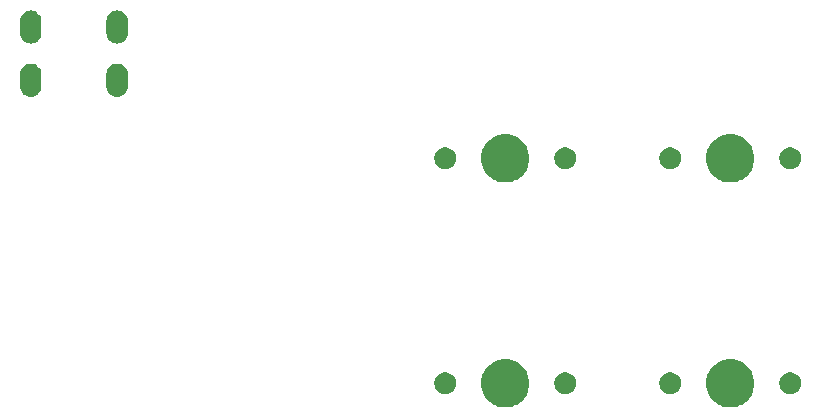
<source format=gbr>
G04 #@! TF.GenerationSoftware,KiCad,Pcbnew,(5.1.4)-1*
G04 #@! TF.CreationDate,2022-03-30T16:45:01-04:00*
G04 #@! TF.ProjectId,ai03-pcb-guide,61693033-2d70-4636-922d-67756964652e,rev?*
G04 #@! TF.SameCoordinates,Original*
G04 #@! TF.FileFunction,Soldermask,Top*
G04 #@! TF.FilePolarity,Negative*
%FSLAX46Y46*%
G04 Gerber Fmt 4.6, Leading zero omitted, Abs format (unit mm)*
G04 Created by KiCad (PCBNEW (5.1.4)-1) date 2022-03-30 16:45:01*
%MOMM*%
%LPD*%
G04 APERTURE LIST*
%ADD10C,0.100000*%
G04 APERTURE END LIST*
D10*
G36*
X87908974Y-101221184D02*
G01*
X88126974Y-101311483D01*
X88281123Y-101375333D01*
X88616048Y-101599123D01*
X88900877Y-101883952D01*
X89124667Y-102218877D01*
X89157062Y-102297086D01*
X89278816Y-102591026D01*
X89357400Y-102986094D01*
X89357400Y-103388906D01*
X89278816Y-103783974D01*
X89227951Y-103906772D01*
X89124667Y-104156123D01*
X88900877Y-104491048D01*
X88616048Y-104775877D01*
X88281123Y-104999667D01*
X88126974Y-105063517D01*
X87908974Y-105153816D01*
X87513906Y-105232400D01*
X87111094Y-105232400D01*
X86716026Y-105153816D01*
X86498026Y-105063517D01*
X86343877Y-104999667D01*
X86008952Y-104775877D01*
X85724123Y-104491048D01*
X85500333Y-104156123D01*
X85397049Y-103906772D01*
X85346184Y-103783974D01*
X85267600Y-103388906D01*
X85267600Y-102986094D01*
X85346184Y-102591026D01*
X85467938Y-102297086D01*
X85500333Y-102218877D01*
X85724123Y-101883952D01*
X86008952Y-101599123D01*
X86343877Y-101375333D01*
X86498026Y-101311483D01*
X86716026Y-101221184D01*
X87111094Y-101142600D01*
X87513906Y-101142600D01*
X87908974Y-101221184D01*
X87908974Y-101221184D01*
G37*
G36*
X106958974Y-101221184D02*
G01*
X107176974Y-101311483D01*
X107331123Y-101375333D01*
X107666048Y-101599123D01*
X107950877Y-101883952D01*
X108174667Y-102218877D01*
X108207062Y-102297086D01*
X108328816Y-102591026D01*
X108407400Y-102986094D01*
X108407400Y-103388906D01*
X108328816Y-103783974D01*
X108277951Y-103906772D01*
X108174667Y-104156123D01*
X107950877Y-104491048D01*
X107666048Y-104775877D01*
X107331123Y-104999667D01*
X107176974Y-105063517D01*
X106958974Y-105153816D01*
X106563906Y-105232400D01*
X106161094Y-105232400D01*
X105766026Y-105153816D01*
X105548026Y-105063517D01*
X105393877Y-104999667D01*
X105058952Y-104775877D01*
X104774123Y-104491048D01*
X104550333Y-104156123D01*
X104447049Y-103906772D01*
X104396184Y-103783974D01*
X104317600Y-103388906D01*
X104317600Y-102986094D01*
X104396184Y-102591026D01*
X104517938Y-102297086D01*
X104550333Y-102218877D01*
X104774123Y-101883952D01*
X105058952Y-101599123D01*
X105393877Y-101375333D01*
X105548026Y-101311483D01*
X105766026Y-101221184D01*
X106161094Y-101142600D01*
X106563906Y-101142600D01*
X106958974Y-101221184D01*
X106958974Y-101221184D01*
G37*
G36*
X111712604Y-102297085D02*
G01*
X111881126Y-102366889D01*
X112032791Y-102468228D01*
X112161772Y-102597209D01*
X112263111Y-102748874D01*
X112332915Y-102917396D01*
X112368500Y-103096297D01*
X112368500Y-103278703D01*
X112332915Y-103457604D01*
X112263111Y-103626126D01*
X112161772Y-103777791D01*
X112032791Y-103906772D01*
X111881126Y-104008111D01*
X111712604Y-104077915D01*
X111533703Y-104113500D01*
X111351297Y-104113500D01*
X111172396Y-104077915D01*
X111003874Y-104008111D01*
X110852209Y-103906772D01*
X110723228Y-103777791D01*
X110621889Y-103626126D01*
X110552085Y-103457604D01*
X110516500Y-103278703D01*
X110516500Y-103096297D01*
X110552085Y-102917396D01*
X110621889Y-102748874D01*
X110723228Y-102597209D01*
X110852209Y-102468228D01*
X111003874Y-102366889D01*
X111172396Y-102297085D01*
X111351297Y-102261500D01*
X111533703Y-102261500D01*
X111712604Y-102297085D01*
X111712604Y-102297085D01*
G37*
G36*
X101552604Y-102297085D02*
G01*
X101721126Y-102366889D01*
X101872791Y-102468228D01*
X102001772Y-102597209D01*
X102103111Y-102748874D01*
X102172915Y-102917396D01*
X102208500Y-103096297D01*
X102208500Y-103278703D01*
X102172915Y-103457604D01*
X102103111Y-103626126D01*
X102001772Y-103777791D01*
X101872791Y-103906772D01*
X101721126Y-104008111D01*
X101552604Y-104077915D01*
X101373703Y-104113500D01*
X101191297Y-104113500D01*
X101012396Y-104077915D01*
X100843874Y-104008111D01*
X100692209Y-103906772D01*
X100563228Y-103777791D01*
X100461889Y-103626126D01*
X100392085Y-103457604D01*
X100356500Y-103278703D01*
X100356500Y-103096297D01*
X100392085Y-102917396D01*
X100461889Y-102748874D01*
X100563228Y-102597209D01*
X100692209Y-102468228D01*
X100843874Y-102366889D01*
X101012396Y-102297085D01*
X101191297Y-102261500D01*
X101373703Y-102261500D01*
X101552604Y-102297085D01*
X101552604Y-102297085D01*
G37*
G36*
X92662604Y-102297085D02*
G01*
X92831126Y-102366889D01*
X92982791Y-102468228D01*
X93111772Y-102597209D01*
X93213111Y-102748874D01*
X93282915Y-102917396D01*
X93318500Y-103096297D01*
X93318500Y-103278703D01*
X93282915Y-103457604D01*
X93213111Y-103626126D01*
X93111772Y-103777791D01*
X92982791Y-103906772D01*
X92831126Y-104008111D01*
X92662604Y-104077915D01*
X92483703Y-104113500D01*
X92301297Y-104113500D01*
X92122396Y-104077915D01*
X91953874Y-104008111D01*
X91802209Y-103906772D01*
X91673228Y-103777791D01*
X91571889Y-103626126D01*
X91502085Y-103457604D01*
X91466500Y-103278703D01*
X91466500Y-103096297D01*
X91502085Y-102917396D01*
X91571889Y-102748874D01*
X91673228Y-102597209D01*
X91802209Y-102468228D01*
X91953874Y-102366889D01*
X92122396Y-102297085D01*
X92301297Y-102261500D01*
X92483703Y-102261500D01*
X92662604Y-102297085D01*
X92662604Y-102297085D01*
G37*
G36*
X82502604Y-102297085D02*
G01*
X82671126Y-102366889D01*
X82822791Y-102468228D01*
X82951772Y-102597209D01*
X83053111Y-102748874D01*
X83122915Y-102917396D01*
X83158500Y-103096297D01*
X83158500Y-103278703D01*
X83122915Y-103457604D01*
X83053111Y-103626126D01*
X82951772Y-103777791D01*
X82822791Y-103906772D01*
X82671126Y-104008111D01*
X82502604Y-104077915D01*
X82323703Y-104113500D01*
X82141297Y-104113500D01*
X81962396Y-104077915D01*
X81793874Y-104008111D01*
X81642209Y-103906772D01*
X81513228Y-103777791D01*
X81411889Y-103626126D01*
X81342085Y-103457604D01*
X81306500Y-103278703D01*
X81306500Y-103096297D01*
X81342085Y-102917396D01*
X81411889Y-102748874D01*
X81513228Y-102597209D01*
X81642209Y-102468228D01*
X81793874Y-102366889D01*
X81962396Y-102297085D01*
X82141297Y-102261500D01*
X82323703Y-102261500D01*
X82502604Y-102297085D01*
X82502604Y-102297085D01*
G37*
G36*
X87908974Y-82171184D02*
G01*
X88126974Y-82261483D01*
X88281123Y-82325333D01*
X88616048Y-82549123D01*
X88900877Y-82833952D01*
X89124667Y-83168877D01*
X89157062Y-83247086D01*
X89278816Y-83541026D01*
X89357400Y-83936094D01*
X89357400Y-84338906D01*
X89278816Y-84733974D01*
X89227951Y-84856772D01*
X89124667Y-85106123D01*
X88900877Y-85441048D01*
X88616048Y-85725877D01*
X88281123Y-85949667D01*
X88126974Y-86013517D01*
X87908974Y-86103816D01*
X87513906Y-86182400D01*
X87111094Y-86182400D01*
X86716026Y-86103816D01*
X86498026Y-86013517D01*
X86343877Y-85949667D01*
X86008952Y-85725877D01*
X85724123Y-85441048D01*
X85500333Y-85106123D01*
X85397049Y-84856772D01*
X85346184Y-84733974D01*
X85267600Y-84338906D01*
X85267600Y-83936094D01*
X85346184Y-83541026D01*
X85467938Y-83247086D01*
X85500333Y-83168877D01*
X85724123Y-82833952D01*
X86008952Y-82549123D01*
X86343877Y-82325333D01*
X86498026Y-82261483D01*
X86716026Y-82171184D01*
X87111094Y-82092600D01*
X87513906Y-82092600D01*
X87908974Y-82171184D01*
X87908974Y-82171184D01*
G37*
G36*
X106958974Y-82171184D02*
G01*
X107176974Y-82261483D01*
X107331123Y-82325333D01*
X107666048Y-82549123D01*
X107950877Y-82833952D01*
X108174667Y-83168877D01*
X108207062Y-83247086D01*
X108328816Y-83541026D01*
X108407400Y-83936094D01*
X108407400Y-84338906D01*
X108328816Y-84733974D01*
X108277951Y-84856772D01*
X108174667Y-85106123D01*
X107950877Y-85441048D01*
X107666048Y-85725877D01*
X107331123Y-85949667D01*
X107176974Y-86013517D01*
X106958974Y-86103816D01*
X106563906Y-86182400D01*
X106161094Y-86182400D01*
X105766026Y-86103816D01*
X105548026Y-86013517D01*
X105393877Y-85949667D01*
X105058952Y-85725877D01*
X104774123Y-85441048D01*
X104550333Y-85106123D01*
X104447049Y-84856772D01*
X104396184Y-84733974D01*
X104317600Y-84338906D01*
X104317600Y-83936094D01*
X104396184Y-83541026D01*
X104517938Y-83247086D01*
X104550333Y-83168877D01*
X104774123Y-82833952D01*
X105058952Y-82549123D01*
X105393877Y-82325333D01*
X105548026Y-82261483D01*
X105766026Y-82171184D01*
X106161094Y-82092600D01*
X106563906Y-82092600D01*
X106958974Y-82171184D01*
X106958974Y-82171184D01*
G37*
G36*
X111712604Y-83247085D02*
G01*
X111881126Y-83316889D01*
X112032791Y-83418228D01*
X112161772Y-83547209D01*
X112263111Y-83698874D01*
X112332915Y-83867396D01*
X112368500Y-84046297D01*
X112368500Y-84228703D01*
X112332915Y-84407604D01*
X112263111Y-84576126D01*
X112161772Y-84727791D01*
X112032791Y-84856772D01*
X111881126Y-84958111D01*
X111712604Y-85027915D01*
X111533703Y-85063500D01*
X111351297Y-85063500D01*
X111172396Y-85027915D01*
X111003874Y-84958111D01*
X110852209Y-84856772D01*
X110723228Y-84727791D01*
X110621889Y-84576126D01*
X110552085Y-84407604D01*
X110516500Y-84228703D01*
X110516500Y-84046297D01*
X110552085Y-83867396D01*
X110621889Y-83698874D01*
X110723228Y-83547209D01*
X110852209Y-83418228D01*
X111003874Y-83316889D01*
X111172396Y-83247085D01*
X111351297Y-83211500D01*
X111533703Y-83211500D01*
X111712604Y-83247085D01*
X111712604Y-83247085D01*
G37*
G36*
X82502604Y-83247085D02*
G01*
X82671126Y-83316889D01*
X82822791Y-83418228D01*
X82951772Y-83547209D01*
X83053111Y-83698874D01*
X83122915Y-83867396D01*
X83158500Y-84046297D01*
X83158500Y-84228703D01*
X83122915Y-84407604D01*
X83053111Y-84576126D01*
X82951772Y-84727791D01*
X82822791Y-84856772D01*
X82671126Y-84958111D01*
X82502604Y-85027915D01*
X82323703Y-85063500D01*
X82141297Y-85063500D01*
X81962396Y-85027915D01*
X81793874Y-84958111D01*
X81642209Y-84856772D01*
X81513228Y-84727791D01*
X81411889Y-84576126D01*
X81342085Y-84407604D01*
X81306500Y-84228703D01*
X81306500Y-84046297D01*
X81342085Y-83867396D01*
X81411889Y-83698874D01*
X81513228Y-83547209D01*
X81642209Y-83418228D01*
X81793874Y-83316889D01*
X81962396Y-83247085D01*
X82141297Y-83211500D01*
X82323703Y-83211500D01*
X82502604Y-83247085D01*
X82502604Y-83247085D01*
G37*
G36*
X92662604Y-83247085D02*
G01*
X92831126Y-83316889D01*
X92982791Y-83418228D01*
X93111772Y-83547209D01*
X93213111Y-83698874D01*
X93282915Y-83867396D01*
X93318500Y-84046297D01*
X93318500Y-84228703D01*
X93282915Y-84407604D01*
X93213111Y-84576126D01*
X93111772Y-84727791D01*
X92982791Y-84856772D01*
X92831126Y-84958111D01*
X92662604Y-85027915D01*
X92483703Y-85063500D01*
X92301297Y-85063500D01*
X92122396Y-85027915D01*
X91953874Y-84958111D01*
X91802209Y-84856772D01*
X91673228Y-84727791D01*
X91571889Y-84576126D01*
X91502085Y-84407604D01*
X91466500Y-84228703D01*
X91466500Y-84046297D01*
X91502085Y-83867396D01*
X91571889Y-83698874D01*
X91673228Y-83547209D01*
X91802209Y-83418228D01*
X91953874Y-83316889D01*
X92122396Y-83247085D01*
X92301297Y-83211500D01*
X92483703Y-83211500D01*
X92662604Y-83247085D01*
X92662604Y-83247085D01*
G37*
G36*
X101552604Y-83247085D02*
G01*
X101721126Y-83316889D01*
X101872791Y-83418228D01*
X102001772Y-83547209D01*
X102103111Y-83698874D01*
X102172915Y-83867396D01*
X102208500Y-84046297D01*
X102208500Y-84228703D01*
X102172915Y-84407604D01*
X102103111Y-84576126D01*
X102001772Y-84727791D01*
X101872791Y-84856772D01*
X101721126Y-84958111D01*
X101552604Y-85027915D01*
X101373703Y-85063500D01*
X101191297Y-85063500D01*
X101012396Y-85027915D01*
X100843874Y-84958111D01*
X100692209Y-84856772D01*
X100563228Y-84727791D01*
X100461889Y-84576126D01*
X100392085Y-84407604D01*
X100356500Y-84228703D01*
X100356500Y-84046297D01*
X100392085Y-83867396D01*
X100461889Y-83698874D01*
X100563228Y-83547209D01*
X100692209Y-83418228D01*
X100843874Y-83316889D01*
X101012396Y-83247085D01*
X101191297Y-83211500D01*
X101373703Y-83211500D01*
X101552604Y-83247085D01*
X101552604Y-83247085D01*
G37*
G36*
X47326627Y-76137037D02*
G01*
X47496466Y-76188557D01*
X47652991Y-76272222D01*
X47688729Y-76301552D01*
X47790186Y-76384814D01*
X47873448Y-76486271D01*
X47902778Y-76522009D01*
X47986443Y-76678534D01*
X48037963Y-76848373D01*
X48051000Y-76980742D01*
X48051000Y-78069258D01*
X48037963Y-78201627D01*
X47986443Y-78371466D01*
X47902778Y-78527991D01*
X47873448Y-78563729D01*
X47790186Y-78665186D01*
X47652989Y-78777779D01*
X47496467Y-78861442D01*
X47496465Y-78861443D01*
X47326626Y-78912963D01*
X47150000Y-78930359D01*
X46973373Y-78912963D01*
X46803534Y-78861443D01*
X46647009Y-78777778D01*
X46611271Y-78748448D01*
X46509814Y-78665186D01*
X46397221Y-78527989D01*
X46313558Y-78371467D01*
X46313557Y-78371465D01*
X46262037Y-78201626D01*
X46249000Y-78069257D01*
X46249001Y-76980742D01*
X46262038Y-76848373D01*
X46313558Y-76678534D01*
X46397223Y-76522009D01*
X46426553Y-76486271D01*
X46509815Y-76384814D01*
X46611272Y-76301552D01*
X46647010Y-76272222D01*
X46803535Y-76188557D01*
X46973374Y-76137037D01*
X47150000Y-76119641D01*
X47326627Y-76137037D01*
X47326627Y-76137037D01*
G37*
G36*
X54626627Y-76137037D02*
G01*
X54796466Y-76188557D01*
X54952991Y-76272222D01*
X54988729Y-76301552D01*
X55090186Y-76384814D01*
X55173448Y-76486271D01*
X55202778Y-76522009D01*
X55286443Y-76678534D01*
X55337963Y-76848373D01*
X55351000Y-76980742D01*
X55351000Y-78069258D01*
X55337963Y-78201627D01*
X55286443Y-78371466D01*
X55202778Y-78527991D01*
X55173448Y-78563729D01*
X55090186Y-78665186D01*
X54952989Y-78777779D01*
X54796467Y-78861442D01*
X54796465Y-78861443D01*
X54626626Y-78912963D01*
X54450000Y-78930359D01*
X54273373Y-78912963D01*
X54103534Y-78861443D01*
X53947009Y-78777778D01*
X53911271Y-78748448D01*
X53809814Y-78665186D01*
X53697221Y-78527989D01*
X53613558Y-78371467D01*
X53613557Y-78371465D01*
X53562037Y-78201626D01*
X53549000Y-78069257D01*
X53549001Y-76980742D01*
X53562038Y-76848373D01*
X53613558Y-76678534D01*
X53697223Y-76522009D01*
X53726553Y-76486271D01*
X53809815Y-76384814D01*
X53911272Y-76301552D01*
X53947010Y-76272222D01*
X54103535Y-76188557D01*
X54273374Y-76137037D01*
X54450000Y-76119641D01*
X54626627Y-76137037D01*
X54626627Y-76137037D01*
G37*
G36*
X47326627Y-71637037D02*
G01*
X47496466Y-71688557D01*
X47652991Y-71772222D01*
X47688729Y-71801552D01*
X47790186Y-71884814D01*
X47873448Y-71986271D01*
X47902778Y-72022009D01*
X47986443Y-72178534D01*
X48037963Y-72348373D01*
X48051000Y-72480742D01*
X48051000Y-73569258D01*
X48037963Y-73701627D01*
X47986443Y-73871466D01*
X47902778Y-74027991D01*
X47873448Y-74063729D01*
X47790186Y-74165186D01*
X47652989Y-74277779D01*
X47496467Y-74361442D01*
X47496465Y-74361443D01*
X47326626Y-74412963D01*
X47150000Y-74430359D01*
X46973373Y-74412963D01*
X46803534Y-74361443D01*
X46647009Y-74277778D01*
X46611271Y-74248448D01*
X46509814Y-74165186D01*
X46397221Y-74027989D01*
X46313558Y-73871467D01*
X46313557Y-73871465D01*
X46262037Y-73701626D01*
X46249000Y-73569257D01*
X46249001Y-72480742D01*
X46262038Y-72348373D01*
X46313558Y-72178534D01*
X46397223Y-72022009D01*
X46426553Y-71986271D01*
X46509815Y-71884814D01*
X46611272Y-71801552D01*
X46647010Y-71772222D01*
X46803535Y-71688557D01*
X46973374Y-71637037D01*
X47150000Y-71619641D01*
X47326627Y-71637037D01*
X47326627Y-71637037D01*
G37*
G36*
X54626627Y-71637037D02*
G01*
X54796466Y-71688557D01*
X54952991Y-71772222D01*
X54988729Y-71801552D01*
X55090186Y-71884814D01*
X55173448Y-71986271D01*
X55202778Y-72022009D01*
X55286443Y-72178534D01*
X55337963Y-72348373D01*
X55351000Y-72480742D01*
X55351000Y-73569258D01*
X55337963Y-73701627D01*
X55286443Y-73871466D01*
X55202778Y-74027991D01*
X55173448Y-74063729D01*
X55090186Y-74165186D01*
X54952989Y-74277779D01*
X54796467Y-74361442D01*
X54796465Y-74361443D01*
X54626626Y-74412963D01*
X54450000Y-74430359D01*
X54273373Y-74412963D01*
X54103534Y-74361443D01*
X53947009Y-74277778D01*
X53911271Y-74248448D01*
X53809814Y-74165186D01*
X53697221Y-74027989D01*
X53613558Y-73871467D01*
X53613557Y-73871465D01*
X53562037Y-73701626D01*
X53549000Y-73569257D01*
X53549001Y-72480742D01*
X53562038Y-72348373D01*
X53613558Y-72178534D01*
X53697223Y-72022009D01*
X53726553Y-71986271D01*
X53809815Y-71884814D01*
X53911272Y-71801552D01*
X53947010Y-71772222D01*
X54103535Y-71688557D01*
X54273374Y-71637037D01*
X54450000Y-71619641D01*
X54626627Y-71637037D01*
X54626627Y-71637037D01*
G37*
M02*

</source>
